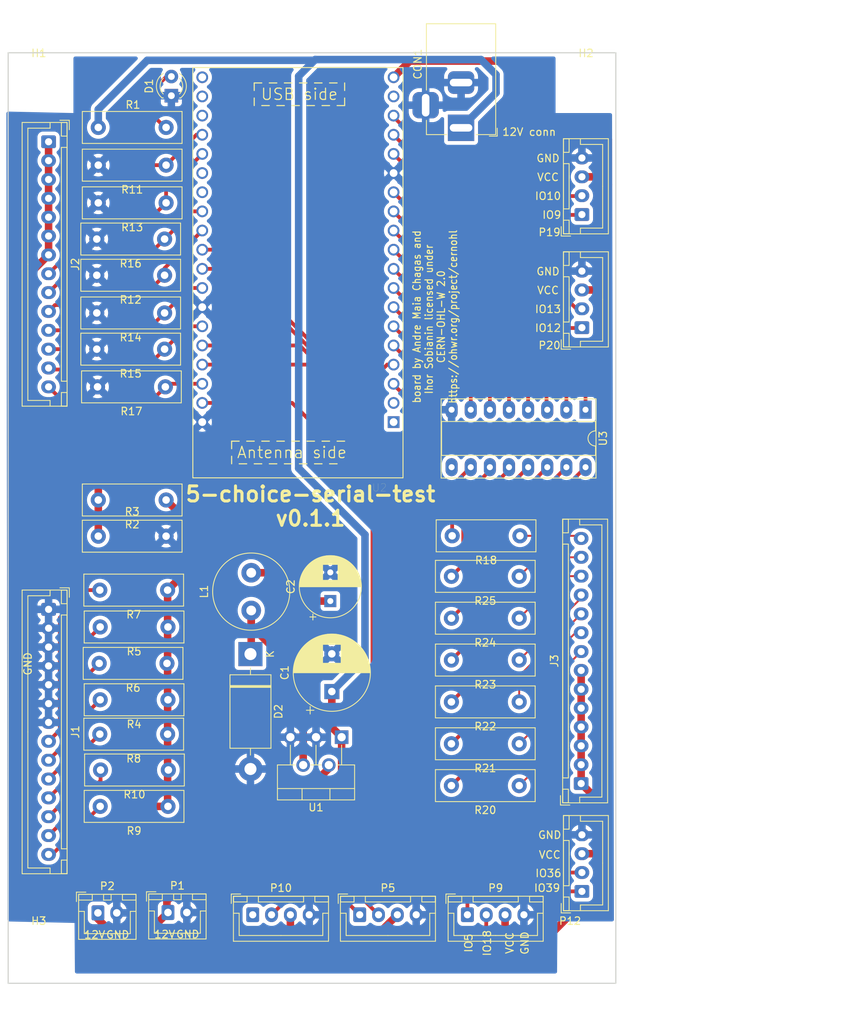
<source format=kicad_pcb>
(kicad_pcb (version 20240108) (generator "pcbnew") (generator_version "8.0")
  (layers (0 "F.Cu" signal) (31 "B.Cu" signal) (34 "B.Paste" user) (35 "F.Paste" user) (36 "B.SilkS" user "B.Silkscreen") (37 "F.SilkS" user "F.Silkscreen") (38 "B.Mask" user) (39 "F.Mask" user) (44 "Edge.Cuts" user))
  (net 0 "")
  (net 1 "+12V")
  (net 2 "GND")
  (net 3 "+5V")
  (net 4 "Net-(D1-A)")
  (net 5 "Net-(D2-K)")
  (net 6 "+3V3")
  (net 7 "D5-4")
  (net 8 "D6-3")
  (net 9 "Net-(J1-Pin_12)")
  (net 10 "Net-(J1-Pin_14)")
  (net 11 "Net-(J1-Pin_9)")
  (net 12 "Net-(J1-Pin_11)")
  (net 13 "D1-3")
  (net 14 "D3-4")
  (net 15 "D1-4")
  (net 16 "D5-3")
  (net 17 "D3-3")
  (net 18 "Net-(J1-Pin_13)")
  (net 19 "Net-(J3-Pin_8)")
  (net 20 "Net-(J3-Pin_10)")
  (net 21 "Net-(J3-Pin_11)")
  (net 22 "A1-4")
  (net 23 "TX")
  (net 24 "RX")
  (net 25 "D4-3")
  (net 26 "D4-4")
  (net 27 "Net-(J1-Pin_8)")
  (net 28 "D6-4")
  (net 29 "Net-(J3-Pin_14)")
  (net 30 "Net-(J3-Pin_13)")
  (net 31 "A2-3")
  (net 32 "A2-4")
  (net 33 "Net-(J3-Pin_12)")
  (net 34 "Net-(J3-Pin_9)")
  (net 35 "I2C_1-3")
  (net 36 "I2C_1-4")
  (net 37 "I2C_2-3")
  (net 38 "I2C_2-4")
  (net 45 "Net-(J1-Pin_10)")
  (net 46 "Net-(U3-O7)")
  (net 47 "Net-(U3-O1)")
  (net 48 "Net-(U3-O2)")
  (net 51 "Net-(U3-O3)")
  (net 52 "Net-(U3-O4)")
  (net 53 "Net-(U3-O5)")
  (net 54 "Net-(U3-O6)")
  (net 56 "Net-(U2-IO27)")
  (net 57 "Net-(U2-IO32)")
  (net 58 "Net-(U2-IO33)")
  (net 59 "Net-(U2-IO35)")
  (net 60 "Net-(U2-IO26)")
  (net 61 "Net-(U2-IO25)")
  (net 62 "Net-(U2-IO14)")
  (footprint "Resistor_THT:R_Box_L13.0mm_W4.0mm_P9.00mm" (layer "F.Cu") (at 203.475 126.775 180)
    (property "Reference" "R22")
    (property "Value" "560")
  )
  (footprint "Resistor_THT:R_Box_L13.0mm_W4.0mm_P9.00mm" (layer "F.Cu") (at 156.6 55.6 180)
    (property "Reference" "R11")
    (property "Value" "10k")
  )
  (footprint "Resistor_THT:R_Box_L13.0mm_W4.0mm_P9.00mm" (layer "F.Cu") (at 203.475 132.325 180)
    (property "Reference" "R21")
    (property "Value" "560")
  )
  (footprint "Resistor_THT:R_Box_L13.0mm_W4.0mm_P9.00mm" (layer "F.Cu") (at 156.6 50.6 180)
    (property "Reference" "R1")
    (property "Value" "560")
  )
  (footprint "LED_THT:LED_D3.0mm" (layer "F.Cu") (at 157.3 46.39 90)
    (property "Reference" "D1")
    (property "Value" "LED")
  )
  (footprint "Resistor_THT:R_Box_L13.0mm_W4.0mm_P9.00mm" (layer "F.Cu") (at 203.475 137.875 180)
    (property "Reference" "R20")
    (property "Value" "560")
  )
  (footprint "Connector_JST:JST_XH_B14B-XH-A_1x14_P2.50mm_Vertical" (layer "F.Cu") (at 141 52.5 -90)
    (property "Reference" "J2")
    (property "Value" "Conn_01x14_Socket")
  )
  (footprint "Resistor_THT:R_Box_L13.0mm_W4.0mm_P9.00mm" (layer "F.Cu") (at 156.85 116.84 180)
    (property "Reference" "R5")
    (property "Value" "47")
  )
  (footprint "Resistor_THT:R_Box_L13.0mm_W4.0mm_P9.00mm" (layer "F.Cu") (at 156.9 135.802 180)
    (property "Reference" "R10")
    (property "Value" "47")
  )
  (footprint "Resistor_THT:R_Box_L13.0mm_W4.0mm_P9.00mm" (layer "F.Cu") (at 156.5 85 180)
    (property "Reference" "R17")
    (property "Value" "10k")
  )
  (footprint "Resistor_THT:R_Box_L13.0mm_W4.0mm_P9.00mm" (layer "F.Cu") (at 156.6 60.6 180)
    (property "Reference" "R13")
    (property "Value" "10k")
  )
  (footprint "MountingHole:MountingHole_3.2mm_M3" (layer "F.Cu") (at 212.344 44.958)
    (property "Reference" "H2")
    (property "Value" "MountingHole")
  )
  (footprint "MountingHole:MountingHole_3.2mm_M3" (layer "F.Cu") (at 139.7 44.958)
    (property "Reference" "H1")
    (property "Value" "MountingHole")
  )
  (footprint "Connector_JST:JST_XH_B4B-XH-A_1x04_P2.50mm_Vertical" (layer "F.Cu") (at 168.1 155)
    (property "Reference" "P10")
    (property "Value" "D6")
  )
  (footprint "Resistor_THT:R_Box_L13.0mm_W4.0mm_P9.00mm" (layer "F.Cu") (at 156.8 131.052 180)
    (property "Reference" "R8")
    (property "Value" "47")
  )
  (footprint "Package_DIP:DIP-16_W7.62mm_Socket_LongPads" (layer "F.Cu") (at 212.28 88.03 -90)
    (property "Reference" "U3")
    (property "Value" "ULN2003")
  )
  (footprint "Resistor_THT:R_Box_L13.0mm_W4.0mm_P9.00mm" (layer "F.Cu") (at 156.4 75.2 180)
    (property "Reference" "R14")
    (property "Value" "10k")
  )
  (footprint "MountingHole:MountingHole_3.2mm_M3" (layer "F.Cu") (at 139.7 160.02)
    (property "Reference" "H3")
    (property "Value" "MountingHole" (hide yes))
  )
  (footprint "Connector_JST:JST_XH_B2B-XH-A_1x02_P2.50mm_Vertical" (layer "F.Cu") (at 156.85 154.7)
    (property "Reference" "P1")
    (property "Value" "Conn_01x02")
  )
  (footprint "Connector_JST:JST_XH_B14B-XH-A_1x14_P2.50mm_Vertical" (layer "F.Cu") (at 211.7 137.6 90)
    (property "Reference" "J3")
    (property "Value" "Conn_01x14_Socket")
  )
  (footprint "Inductor_THT:L_Radial_D10.0mm_P5.00mm_Fastron_07M" (layer "F.Cu") (at 167.9 114.65 90)
    (property "Reference" "L1")
    (property "Value" "33µH")
  )
  (footprint "Resistor_THT:R_Box_L13.0mm_W4.0mm_P9.00mm" (layer "F.Cu") (at 147.6 104.8)
    (property "Reference" "R3")
    (property "Value" "1k")
  )
  (footprint "Capacitor_THT:CP_Radial_D8.0mm_P3.80mm" (layer "F.Cu") (at 178.4 113.4 90)
    (property "Reference" "C2")
    (property "Value" "220µ")
  )
  (footprint "Connector_JST:JST_XH_B4B-XH-A_1x04_P2.50mm_Vertical" (layer "F.Cu") (at 211.8 77.15 90)
    (property "Reference" "P20")
    (property "Value" "I2C 2")
  )
  (footprint "Resistor_THT:R_Box_L13.0mm_W4.0mm_P9.00mm" (layer "F.Cu") (at 156.718 121.666 180)
    (property "Reference" "R6")
    (property "Value" "47")
  )
  (footprint "Connector_BarrelJack:BarrelJack_Horizontal" (layer "F.Cu") (at 195.7575 50.65 -90)
    (property "Reference" "CON1")
    (property "Value" "BARREL_JACK")
  )
  (footprint "Connector_JST:JST_XH_B4B-XH-A_1x04_P2.50mm_Vertical" (layer "F.Cu") (at 211.8 62.15 90)
    (property "Reference" "P19")
    (property "Value" "I2C 1")
  )
  (footprint "Resistor_THT:R_Box_L13.0mm_W4.0mm_P9.00mm" (layer "F.Cu") (at 156.4 80 180)
    (property "Reference" "R15")
    (property "Value" "10k")
  )
  (footprint "Connector_JST:JST_XH_B4B-XH-A_1x04_P2.50mm_Vertical" (layer "F.Cu") (at 196.6 155)
    (property "Reference" "P9")
    (property "Value" "D4")
  )
  (footprint "Capacitor_THT:CP_Radial_D10.0mm_P5.00mm" (layer "F.Cu") (at 178.6 125.4 90)
    (property "Reference" "C1")
    (property "Value" "680µ" (hide yes))
  )
  (footprint "MountingHole:MountingHole_3.2mm_M3" (layer "F.Cu") (at 212.09 160.02)
    (property "Reference" "H4" (hide yes))
    (property "Value" "MountingHole" (hide yes))
  )
  (footprint "Connector_JST:JST_XH_B4B-XH-A_1x04_P2.50mm_Vertical" (layer "F.Cu") (at 211.8 151.9 90)
    (property "Reference" "P12")
    (property "Value" "A2")
  )
  (footprint "Resistor_THT:R_Box_L13.0mm_W4.0mm_P9.00mm" (layer "F.Cu") (at 156.85 140.628 180)
    (property "Reference" "R9")
    (property "Value" "47")
  )
  (footprint "Resistor_THT:R_Box_L13.0mm_W4.0mm_P9.00mm" (layer "F.Cu") (at 203.475 110.125 180)
    (property "Reference" "R25")
    (property "Value" "560")
  )
  (footprint "Package_TO_SOT_THT:TO-220-5_P3.4x3.7mm_StaggerOdd_Lead3.8mm_Vertical" (layer "F.Cu") (at 179.9 131.45 180)
    (property "Reference" "U1")
    (property "Value" "LM2596T-5")
  )
  (footprint "Resistor_THT:R_Box_L13.0mm_W4.0mm_P9.00mm" (layer "F.Cu") (at 156.6 100 180)
    (property "Reference" "R2")
    (property "Value" "560")
  )
  (footprint "Connector_JST:JST_XH_B2B-XH-A_1x02_P2.50mm_Vertical" (layer "F.Cu") (at 147.55 154.75)
    (property "Reference" "P2")
    (property "Value" "Conn_01x02")
  )
  (footprint "Resistor_THT:R_Box_L13.0mm_W4.0mm_P9.00mm" (layer "F.Cu") (at 156.8 111.95 180)
    (property "Reference" "R7")
    (property "Value" "47")
  )
  (footprint "Connector_JST:JST_XH_B4B-XH-A_1x04_P2.50mm_Vertical" (layer "F.Cu") (at 182.3 155)
    (property "Reference" "P5")
    (property "Value" "UART")
  )
  (footprint "Resistor_THT:R_Box_L13.0mm_W4.0mm_P9.00mm" (layer "F.Cu") (at 203.475 115.675 180)
    (property "Reference" "R24")
    (property "Value" "560")
  )
  (footprint "Resistor_THT:R_Box_L13.0mm_W4.0mm_P9.00mm" (layer "F.Cu") (at 156.4 70.2 180)
    (property "Reference" "R12")
    (property "Value" "10k")
  )
  (footprint "Resistor_THT:R_Box_L13.0mm_W4.0mm_P9.00mm" (layer "F.Cu") (at 203.475 121.225 180)
    (property "Reference" "R23")
    (property "Value" "560")
  )
  (footprint "Resistor_THT:R_Box_L13.0mm_W4.0mm_P9.00mm" (layer "F.Cu") (at 156.85 126.492 180)
    (property "Reference" "R4")
    (property "Value" "47")
  )
  (footprint "esp32:MODULE_ESP32-DEVKITC-32D" (layer "F.Cu") (at 174.1 69.91 180)
    (property "Reference" "U2")
    (property "Value" "ESP32-DEVKITC-32D")
  )
  (footprint "Resistor_THT:R_Box_L13.0mm_W4.0mm_P9.00mm" (layer "F.Cu") (at 156.4 65.4 180)
    (property "Reference" "R16")
    (property "Value" "10k")
  )
  (footprint "Resistor_THT:R_Box_L13.0mm_W4.0mm_P9.00mm" (layer "F.Cu") (at 203.575 104.75 180)
    (property "Reference" "R18")
    (property "Value" "560")
  )
  (footprint "Diode_THT:D_DO-201AD_P15.24mm_Horizontal" (layer "F.Cu") (at 167.8 120.43 -90)
    (property "Reference" "D2")
    (property "Value" "Schottky 5A")
  )
  (footprint "Connector_JST:JST_XH_B14B-XH-A_1x14_P2.50mm_Vertical" (layer "F.Cu") (at 141 114.5 -90)
    (property "Reference" "J1")
    (property "Value" "Conn_01x14_Socket")
  )
  (gr_line (start 175.3 95.2) (end 174.3 95.2) (stroke (width 0.15)) (layer "F.SilkS"))
  (gr_line (start 180.3 92.2) (end 179.3 92.2) (stroke (width 0.15)) (layer "F.SilkS"))
  (gr_line (start 170.3 92.2) (end 169.3 92.2) (stroke (width 0.15)) (layer "F.SilkS"))
  (gr_line (start 168.3 92.2) (end 167.3 92.2) (stroke (width 0.15)) (layer "F.SilkS"))
  (gr_line (start 169.3 44.7) (end 168.3 44.7) (stroke (width 0.15)) (layer "F.SilkS"))
  (gr_line (start 177.3 95.2) (end 176.3 95.2) (stroke (width 0.15)) (layer "F.SilkS"))
  (gr_line (start 170.3 47.7) (end 169.3 47.7) (stroke (width 0.15)) (layer "F.SilkS"))
  (gr_line (start 176.3 92.2) (end 175.3 92.2) (stroke (width 0.15)) (layer "F.SilkS"))
  (gr_line (start 179.3 44.7) (end 178.3 44.7) (stroke (width 0.15)) (layer "F.SilkS"))
  (gr_line (start 179.3 95.2) (end 178.3 95.2) (stroke (width 0.15)) (layer "F.SilkS"))
  (gr_line (start 180.3 47.7) (end 179.3 47.7) (stroke (width 0.15)) (layer "F.SilkS"))
  (gr_line (start 172.3 47.7) (end 171.3 47.7) (stroke (width 0.15)) (layer "F.SilkS"))
  (gr_line (start 180.3 46.7) (end 180.3 47.7) (stroke (width 0.15)) (layer "F.SilkS"))
  (gr_line (start 171.3 95.2) (end 170.3 95.2) (stroke (width 0.15)) (layer "F.SilkS"))
  (gr_line (start 165.3 94.2) (end 165.3 95.2) (stroke (width 0.15)) (layer "F.SilkS"))
  (gr_line (start 174.3 92.2) (end 173.3 92.2) (stroke (width 0.15)) (layer "F.SilkS"))
  (gr_line (start 175.3 44.7) (end 174.3 44.7) (stroke (width 0.15)) (layer "F.SilkS"))
  (gr_line (start 168.3 46.7) (end 168.3 47.7) (stroke (width 0.15)) (layer "F.SilkS"))
  (gr_line (start 177.3 44.7) (end 176.3 44.7) (stroke (width 0.15)) (layer "F.SilkS"))
  (gr_line (start 169.3 95.2) (end 168.3 95.2) (stroke (width 0.15)) (layer "F.SilkS"))
  (gr_line (start 173.3 95.2) (end 172.3 95.2) (stroke (width 0.15)) (layer "F.SilkS"))
  (gr_line (start 165.3 92.2) (end 165.3 93.2) (stroke (width 0.15)) (layer "F.SilkS"))
  (gr_line (start 180.3 44.7) (end 180.3 45.7) (stroke (width 0.15)) (layer "F.SilkS"))
  (gr_line (start 174.3 47.7) (end 173.3 47.7) (stroke (width 0.15)) (layer "F.SilkS"))
  (gr_line (start 176.3 47.7) (end 175.3 47.7) (stroke (width 0.15)) (layer "F.SilkS"))
  (gr_line (start 168.3 44.7) (end 168.3 45.7) (stroke (width 0.15)) (layer "F.SilkS"))
  (gr_line (start 167.3 95.2) (end 166.3 95.2) (stroke (width 0.15)) (layer "F.SilkS"))
  (gr_line (start 172.3 92.2) (end 171.3 92.2) (stroke (width 0.15)) (layer "F.SilkS"))
  (gr_line (start 173.3 44.7) (end 172.3 44.7) (stroke (width 0.15)) (layer "F.SilkS"))
  (gr_line (start 171.3 44.7) (end 170.3 44.7) (stroke (width 0.15)) (layer "F.SilkS"))
  (gr_line (start 178.3 47.7) (end 177.3 47.7) (stroke (width 0.15)) (layer "F.SilkS"))
  (gr_line (start 178.3 92.2) (end 177.3 92.2) (stroke (width 0.15)) (layer "F.SilkS"))
  (gr_line (start 166.3 92.2) (end 165.3 92.2) (stroke (width 0.15)) (layer "F.SilkS"))
  (gr_line (start 216.3 40.7) (end 216.3 164.084) (stroke (width 0.15)) (layer "Edge.Cuts"))
  (gr_line (start 135.636 40.7) (end 135.636 164.084) (stroke (width 0.15)) (layer "Edge.Cuts"))
  (gr_line (start 135.636 164.084) (end 216.276 164.084) (stroke (width 0.15)) (layer "Edge.Cuts"))
  (gr_line (start 135.636 40.7) (end 216.3 40.7) (stroke (width 0.15)) (layer "Edge.Cuts"))
  (gr_text "IO13" (at 207.3 74.7 0) (layer "F.SilkS") (effects (font (size 1 1))))
  (gr_text "12V" (at 147.125 157.65 0) (layer "F.SilkS") (effects (font (size 1 1))))
  (gr_text "IO18" (at 199.216 158.76 90) (layer "F.SilkS") (effects (font (size 1 1))))
  (gr_text "12V" (at 156.425 157.6 0) (layer "F.SilkS") (effects (font (size 1 1))))
  (gr_text "GND" (at 207.3 54.7 0) (layer "F.SilkS") (effects (font (size 1 1))))
  (gr_text "IO12" (at 207.3 77.2 0) (layer "F.SilkS") (effects (font (size 1 1))))
  (gr_text "IO9" (at 207.8 62.2 0) (layer "F.SilkS") (effects (font (size 1 1))))
  (gr_text "IO39\n" (at 207.175 151.45 0) (layer "F.SilkS") (effects (font (size 1 1))))
  (gr_text "5-choice-serial-test\nv0.1.1\n" (at 175.768 100.838 0) (layer "F.SilkS") (effects (font (size 2 2) (thickness 0.4))))
  (gr_text "GND" (at 207.525 144.425 0) (layer "F.SilkS") (effects (font (size 1 1))))
  (gr_text "VCC" (at 207.3 57.2 0) (layer "F.SilkS") (effects (font (size 1 1))))
  (gr_text "GND" (at 204.216 158.75 90) (layer "F.SilkS") (effects (font (size 1 1))))
  (gr_text "VCC" (at 202.216 158.75 90) (layer "F.SilkS") (effects (font (size 1 1))))
  (gr_text "GND" (at 138.25 121.725 90) (layer "F.SilkS") (effects (font (size 1 1))))
  (gr_text "USB side" (at 174.3 46.2 0) (layer "F.SilkS") (effects (font (size 1.5 1.5))))
  (gr_text "GND" (at 159.475 157.6 0) (layer "F.SilkS") (effects (font (size 1 1))))
  (gr_text "IO5" (at 196.766 158.75 90) (layer "F.SilkS") (effects (font (size 1 1))))
  (gr_text "VCC" (at 207.525 147.05 0) (layer "F.SilkS") (effects (font (size 1 1))))
  (gr_text "GND" (at 207.3 69.7 0) (layer "F.SilkS") (effects (font (size 1 1))))
  (gr_text "VCC" (at 207.3 72.2 0) (layer "F.SilkS") (effects (font (size 1 1))))
  (gr_text "Antenna side" (at 173.3 93.7 0) (layer "F.SilkS") (effects (font (size 1.5 1.5))))
  (gr_text "12V conn" (at 204.8 51.2 0) (layer "F.SilkS") (effects (font (size 1 1))))
  (gr_text "GND" (at 150.175 157.65 0) (layer "F.SilkS") (effects (font (size 1 1))))
  (gr_text "board by Andre Maia Chagas and\nIhor Sobianin licensed under \nCERN-OHL-W 2.0\nhttps://ohwr.org/project/cernohl" (at 192.3 75.7 90) (layer "F.SilkS") (effects (font (size 1 0.9))))
  (gr_text "IO36" (at 207.35 149.5 0) (layer "F.SilkS") (effects (font (size 1 1))))
  (gr_text "IO10" (at 207.3 59.7 0) (layer "F.SilkS") (effects (font (size 1 1))))
  (segment (start 170.25 150.8) (end 179.9 141.15) (width 1) (layer "F.Cu") (net 1))
  (segment (start 147.4 155.4) (end 149.3 157.3) (width 1) (layer "F.Cu") (net 1))
  (segment (start 180.3 131.05) (end 179.9 131.45) (width 1) (layer "F.Cu") (net 1))
  (segment (start 156.7 153.175) (end 159.075 150.8) (width 1) (layer "F.Cu") (net 1))
  (segment (start 149.3 157.3) (end 154.25 157.3) (width 1) (layer "F.Cu") (net 1))
  (segment (start 154.25 157.3) (end 156.7 154.85) (width 1) (layer "F.Cu") (net 1))
  (segment (start 156.7 154.85) (end 156.7 153.175) (width 1) (layer "F.Cu") (net 1))
  (segment (start 159.075 150.8) (end 170.25 150.8) (width 1) (layer "F.Cu") (net 1))
  (segment (start 147.4 154.9) (end 147.4 155.4) (width 1) (layer "F.Cu") (net 1))
  (segment (start 178.6 130.15) (end 179.9 131.45) (width 1) (layer "F.Cu") (net 1))
  (segment (start 178.6 125.4) (end 178.6 130.15) (width 1) (layer "F.Cu") (net 1))
  (segment (start 179.9 141.15) (end 179.9 131.45) (width 1) (layer "F.Cu") (net 1))
  (segment (start 176.4 41.6) (end 174.2 43.8) (width 1) (layer "B.Cu") (net 1))
  (segment (start 200.4 43.6) (end 200.4 46.0075) (width 1) (layer "B.Cu") (net 1))
  (segment (start 147.6 50.6) (end 147.6 48.2) (width 1) (layer "B.Cu") (net 1))
  (segment (start 176.4 41.6) (end 198.4 41.6) (width 1) (layer "B.Cu") (net 1))
  (segment (start 154.1 41.7) (end 176.3 41.7) (width 1) (layer "B.Cu") (net 1))
  (segment (start 178.75 125.55) (end 178.6 125.4) (width 1) (layer "B.Cu") (net 1))
  (segment (start 147.6 48.2) (end 154.1 41.7) (width 1) (layer "B.Cu") (net 1))
  (segment (start 174.2 95.8) (end 183 104.6) (width 1) (layer "B.Cu") (net 1))
  (segment (start 183 104.6) (end 183 121) (width 1) (layer "B.Cu") (net 1))
  (segment (start 176.3 41.7) (end 176.4 41.6) (width 1) (layer "B.Cu") (net 1))
  (segment (start 200.4 46.0075) (end 195.7575 50.65) (width 1) (layer "B.Cu") (net 1))
  (segment (start 174.2 43.8) (end 174.2 95.8) (width 1) (layer "B.Cu") (net 1))
  (segment (start 183 121) (end 178.6 125.4) (width 1) (layer "B.Cu") (net 1))
  (segment (start 198.4 41.6) (end 200.4 43.6) (width 1) (layer "B.Cu") (net 1))
  (segment (start 215.4 114) (end 215.4 113.9) (width 1) (layer "F.Cu") (net 3))
  (segment (start 172 123) (end 174.8 125.8) (width 1) (layer "F.Cu") (net 3))
  (segment (start 215.4 130.5) (end 215.4 130.4) (width 1) (layer "F.Cu") (net 3))
  (segment (start 214.25 57.15) (end 211.8 57.15) (width 1) (layer "F.Cu") (net 3))
  (segment (start 174.8 125.8) (end 174.8 135.15) (width 1) (layer "F.Cu") (net 3))
  (segment (start 184.1 158.2) (end 187.3 155) (width 1) (layer "F.Cu") (net 3))
  (segment (start 173.95 113.4) (end 178.4 113.4) (width 1) (layer "F.Cu") (net 3))
  (segment (start 214.3 51.2) (end 215.3 52.2) (width 1) (layer "F.Cu") (net 3))
  (segment (start 172 111.4) (end 172 113.4) (width 1) (layer "F.Cu") (net 3))
  (segment (start 208.15 157.05) (end 207 158.2) (width 1) (layer "F.Cu") (net 3))
  (segment (start 178.4 113.4) (end 178.4 113.6) (width 1) (layer "F.Cu") (net 3))
  (segment (start 213.249 50.149) (end 214.3 51.2) (width 1) (layer "F.Cu") (net 3))
  (segment (start 188.95 41.8) (end 202.692 41.8) (width 1) (layer "F.Cu") (net 3))
  (segment (start 212.63 49.53) (end 208.28 49.53) (width 1) (layer "F.Cu") (net 3))
  (segment (start 215.4 131.175) (end 215.4 130.5) (width 1) (layer "F.Cu") (net 3))
  (segment (start 215.4 130.5) (end 215.4 128.6) (width 1) (layer "F.Cu") (net 3))
  (segment (start 145.025 153.75) (end 145.075 153.7) (width 1) (layer "F.Cu") (net 3))
  (segment (start 208.15 157.05) (end 208.202 157.05) (width 1) (layer "F.Cu") (net 3))
  (segment (start 215.3 82.2) (end 215.3 95.5) (width 1) (layer "F.Cu") (net 3))
  (segment (start 215.3 95.5) (end 215.4 95.6) (width 1) (layer "F.Cu") (net 3))
  (segment (start 215.3 52.2) (end 215.3 58.2) (width 1) (layer "F.Cu") (net 3))
  (segment (start 172 116.8) (end 172 123) (width 1) (layer "F.Cu") (net 3))
  (segment (start 211.7 137.6) (end 211.7 122.6) (width 1) (layer "F.Cu") (net 3))
  (segment (start 201.6 157.6) (end 201.6 155) (width 1) (layer "F.Cu") (net 3))
  (segment (start 215.4 115.2) (end 215.4 115.775) (width 1) (layer "F.Cu") (net 3))
  (segment (start 145.075 150.025) (end 154.472 140.628) (width 1) (layer "F.Cu") (net 3))
  (segment (start 215.4 126.1) (end 215.4 115.2) (width 1) (layer "F.Cu") (net 3))
  (segment (start 215.4 115.2) (end 215.4 114) (width 1) (layer "F.Cu") (net 3))
  (segment (start 170.2 109.65) (end 170.25 109.65) (width 1) (layer "F.Cu") (net 3))
  (segment (start 182.9 159.4) (end 184.1 158.2) (width 1) (layer "F.Cu") (net 3))
  (segment (start 215.4 127.6) (end 215.4 125.6) (width 1) (layer "F.Cu") (net 3))
  (segment (start 147.75 159.4) (end 145.025 156.675) (width 1) (layer "F.Cu") (net 3))
  (segment (start 172.4875 111.9375) (end 173.95 113.4) (width 1) (layer "F.Cu") (net 3))
  (segment (start 202.2 158.2) (end 194.31 158.2) (width 1) (layer "F.Cu") (net 3))
  (segment (start 215.3 75.75) (end 215.3 74.1) (width 1) (layer "F.Cu") (net 3))
  (segment (start 213.425 146.9) (end 211.8 146.9) (width 1) (layer "F.Cu") (net 3))
  (segment (start 215.3 70.866) (end 215.3 73) (width 1) (layer "F.Cu") (net 3))
  (segment (start 170.2 109.65) (end 172.4875 111.9375) (width 1) (layer "F.Cu") (net 3))
  (segment (start 213.249 50.149) (end 212.63 49.53) (width 1) (layer "F.Cu") (net 3))
  (segment (start 208.202 157.05) (end 210.566 154.686) (width 1) (layer "F.Cu") (net 3))
  (segment (start 207 158.2) (end 202.2 158.2) (width 1) (layer "F.Cu") (net 3))
  (segment (start 166.95 159.4) (end 147.75 159.4) (width 1) (layer "F.Cu") (net 3))
  (segment (start 184.1 158.2) (end 193.6 158.2) (width 1) (layer "F.Cu") (net 3))
  (segment (start 158.1 101.5) (end 156.6 100) (width 1) (layer "F.Cu") (net 3))
  (segment (start 145.075 153.7) (end 145.075 150.025) (width 1) (layer "F.Cu") (net 3))
  (segment (start 215.4 141.3) (end 214.0125 139.9125) (width 1) (layer "F.Cu") (net 3))
  (segment (start 165.4 159.4) (end 166.95 159.4) (width 1) (layer "F.Cu") (net 3))
  (segment (start 215.4 141.325) (end 215.4 141.3) (width 1) (layer "F.Cu") (net 3))
  (segment (start 215.4 97.6) (end 215.4 95.6) (width 1) (layer "F.Cu") (net 3))
  (segment (start 145.025 156.675) (end 145.025 153.75) (width 1) (layer "F.Cu") (net 3))
  (segment (start 213.914 154.686) (end 215.4 153.2) (width 1) (layer "F.Cu") (net 3))
  (segment (start 214.0125 139.9125) (end 211.7 137.6) (width 1) (layer "F.Cu") (net 3))
  (segment (start 215.4 148.875) (end 213.425 146.9) (width 1) (layer "F.Cu") (net 3))
  (segment (start 215.4 114) (end 215.4 110.1) (width 1) (layer "F.Cu") (net 3))
  (segment (start 215.3 67.2) (end 215.3 65.2) (width 1) (layer "F.Cu") (net 3))
  (segment (start 215.4 97.6) (end 215.4 110.1) (width 1) (layer "F.Cu") (net 3))
  (segment (start 168.0875 104.5875) (end 165 101.5) (width 1) (layer "F.Cu") (net 3))
  (segment (start 215.3 82.2) (end 215.3 80.2) (width 1) (layer "F.Cu") (net 3))
  (segment (start 167.9 109.65) (end 170.2 109.65) (width 1) (layer "F.Cu") (net 3))
  (segment (start 172.4875 111.9375) (end 172.4875 108.9875) (width 1) (layer "F.Cu") (net 3))
  (segment (start 215.4 148.875) (end 215.4 142.5) (width 1) (layer "F.Cu") (net 3))
  (segment (start 205.232 44.34) (end 202.692 41.8) (width 1) (layer "F.Cu") (net 3))
  (segment (start 194.31 158.2) (end 193.6 158.2) (width 1) (layer "F.Cu") (net 3))
  (segment (start 215.4 97.6) (end 215.4 99.05) (width 1) (layer "F.Cu") (net 3))
  (segment (start 168.5 105) (end 163.75 105) (width 1) (layer "F.Cu") (net 3))
  (segment (start 170.25 109.65) (end 172 111.4) (width 1) (layer "F.Cu") (net 3))
  (segment (start 215.3 58.2) (end 214.25 57.15) (width 1) (layer "F.Cu") (net 3))
  (segment (start 173.1 158.35) (end 174.15 159.4) (width 1) (layer "F.Cu") (net 3))
  (segment (start 172.4875 108.9875) (end 168.0875 104.5875) (width 1) (layer "F.Cu") (net 3))
  (segment (start 215.3 74.1) (end 213.35 72.15) (width 1) (layer "F.Cu") (net 3))
  (segment (start 215.3 58.2) (end 215.3 65.2) (width 1) (layer "F.Cu") (net 3))
  (segment (start 174.15 159.4) (end 182.9 159.4) (width 1) (layer "F.Cu") (net 3))
  (segment (start 215.4 141.325) (end 215.4 131.175) (width 1) (layer "F.Cu") (net 3))
  (segment (start 202.2 158.2) (end 201.6 157.6) (width 1) (layer "F.Cu") (net 3))
  (segment (start 205.232 46.482) (end 205.232 44.34) (width 1) (layer "F.Cu") (net 3))
  (segment (start 215.3 67.2) (end 215.3 70.866) (width 1) (layer "F.Cu") (net 3))
  (segment (start 173.1 155) (end 173.1 158.35) (width 1) (layer "F.Cu") (net 3))
  (segment (start 215.4 127.6) (end 215.4 128.6) (width 1) (layer "F.Cu") (net 3))
  (segment (start 215.3 73) (end 215.3 75.75) (width 1) (layer "F.Cu") (net 3))
  (segment (start 211.4 146.9) (end 211.8 146.9) (width 1) (layer "F.Cu") (net 3))
  (segment (start 154.472 140.628) (end 156.85 140.628) (width 1) (layer "F.Cu") (net 3))
  (segment (start 215.3 75.75) (end 215.3 80.2) (width 1) (layer "F.Cu") (net 3))
  (segment (start 208.28 49.53) (end 205.232 46.482) (width 1) (layer "F.Cu") (net 3))
  (segment (start 210.566 154.686) (end 213.914 154.686) (width 1) (layer "F.Cu") (net 3))
  (segment (start 156.8 140.6) (end 156.8 111.95) (width 1) (layer "F.Cu") (net 3))
  (segment (start 215.3 82.2) (end 215.3 85.075) (width 1) (layer "F.Cu") (net 3))
  (segment (start 186.8 43.95) (end 188.95 41.8) (width 1) (layer "F.Cu") (net 3))
  (segment (start 172 113.4) (end 172 116.8) (width 1) (layer "F.Cu") (net 3))
  (segment (start 166.95 159.4) (end 174.15 159.4) (width 1) (layer "F.Cu") (net 3))
  (segment (start 165 101.5) (end 158.1 101.5) (width 1) (layer "F.Cu") (net 3))
  (segment (start 215.4 153.2) (end 215.4 148.875) (width 1) (layer "F.Cu") (net 3))
  (segment (start 213.35 72.15) (end 211.8 72.15) (width 1) (layer "F.Cu") (net 3))
  (segment (start 168.5 105) (end 168.0875 104.5875) (width 1) (layer "F.Cu") (net 3))
  (segment (start 163.75 105) (end 156.8 111.95) (width 1) (layer "F.Cu") (net 3))
  (segment (start 215.3 70.866) (end 215.3 69.504) (width 1) (layer "F.Cu") (net 3))
  (segment (start 215.4 142.5) (end 215.4 141.325) (width 1) (layer "F.Cu") (net 3))
  (segment (start 186.77 43.98) (end 186.8 43.95) (width 0.5) (layer "B.Cu") (net 3))
  (segment (start 155.3 45.2) (end 156.565 43.935) (width 0.5) (layer "F.Cu") (net 4))
  (segment (start 155.3 49.45) (end 155.3 45.2) (width 0.5) (layer "F.Cu") (net 4))
  (segment (start 157.3 50.7) (end 156.55 50.7) (width 0.5) (layer "F.Cu") (net 4))
  (segment (start 156.565 43.935) (end 157.3 43.935) (width 0.5) (layer "F.Cu") (net 4))
  (segment (start 156.55 50.7) (end 155.3 49.45) (width 0.5) (layer "F.Cu") (net 4))
  (segment (start 170.8 119.6) (end 167.9 116.7) (width 1) (layer "F.Cu") (net 5))
  (segment (start 167.9 114.65) (end 167.9 120.33) (width 1) (layer "F.Cu") (net 5))
  (segment (start 174 137.2) (end 170.8 134) (width 1) (layer "F.Cu") (net 5))
  (segment (start 170.8 134) (end 170.8 119.6) (width 1) (layer "F.Cu") (net 5))
  (segment (start 178.2 135.15) (end 178.2 135.6) (width 1) (layer "F.Cu") (net 5))
  (segment (start 167.9 120.33) (end 167.8 120.43) (width 1) (layer "F.Cu") (net 5))
  (segment (start 178.2 135.6) (end 176.6 137.2) (width 1) (layer "F.Cu") (net 5))
  (segment (start 167.9 116.7) (end 167.9 114.65) (width 1) (layer "F.Cu") (net 5))
  (segment (start 176.6 137.2) (end 174 137.2) (width 1) (layer "F.Cu") (net 5))
  (segment (start 141 67.5) (end 141 52.5) (width 1) (layer "F.Cu") (net 6))
  (segment (start 147.6 100) (end 147.6 104.8) (width 1) (layer "F.Cu") (net 6))
  (segment (start 147.6 100) (end 147.6 96.8) (width 1) (layer "F.Cu") (net 6))
  (segment (start 147.6 96.8) (end 138.43 87.63) (width 1) (layer "F.Cu") (net 6))
  (segment (start 138.43 87.63) (end 138.43 70.07) (width 1) (layer "F.Cu") (net 6))
  (segment (start 138.43 70.07) (end 141 67.5) (width 1) (layer "F.Cu") (net 6))
  (segment (start 141.2 82.7) (end 141 82.5) (width 0.5) (layer "F.Cu") (net 7))
  (segment (start 159.43 76.97) (end 156.4 80) (width 0.5) (layer "F.Cu") (net 7))
  (segment (start 161.4 76.97) (end 159.43 76.97) (width 0.5) (layer "F.Cu") (net 7))
  (segment (start 153.7 82.7) (end 141.2 82.7) (width 0.5) (layer "F.Cu") (net 7))
  (segment (start 161.4 77) (end 161.4 77.1) (width 0.5) (layer "F.Cu") (net 7))
  (segment (start 156.4 80) (end 153.7 82.7) (width 0.5) (layer "F.Cu") (net 7))
  (segment (start 156.91 84.59) (end 156.5 85) (width 0.5) (layer "F.Cu") (net 8))
  (segment (start 154.5 87) (end 143 87) (width 0.5) (layer "F.Cu") (net 8))
  (segment (start 143 87) (end 141 85) (width 0.5) (layer "F.Cu") (net 8))
  (segment (start 161.4 84.59) (end 156.91 84.59) (width 0.5) (layer "F.Cu") (net 8))
  (segment (start 156.5 85) (end 154.5 87) (width 0.5) (layer "F.Cu") (net 8))
  (segment (start 145.61 133.242) (end 145.61 137.39) (width 0.5) (layer "F.Cu") (net 9))
  (segment (start 147.8 131.052) (end 145.61 133.242) (width 0.5) (layer "F.Cu") (net 9))
  (segment (start 145.61 137.39) (end 141 142) (width 0.5) (layer "F.Cu") (net 9))
  (segment (start 147.85 140.628) (end 141.478 147) (width 0.5) (layer "F.Cu") (net 10))
  (segment (start 141.478 147) (end 141 147) (width 0.5) (layer "F.Cu") (net 10))
  (segment (start 143.51 131.99) (end 141 134.5) (width 0.5) (layer "F.Cu") (net 11))
  (segment (start 143.51 121.18) (end 143.51 131.99) (width 0.5) (layer "F.Cu") (net 11))
  (segment (start 147.85 116.84) (end 143.51 121.18) (width 0.5) (layer "F.Cu") (net 11))
  (segment (start 147.85 126.492) (end 144.91 129.432) (width 0.5) (layer "F.Cu") (net 12))
  (segment (start 144.91 135.59) (end 141 139.5) (width 0.5) (layer "F.Cu") (net 12))
  (segment (start 144.91 129.432) (end 144.91 135.59) (width 0.5) (layer "F.Cu") (net 12))
  (segment (start 156.6 55.6) (end 160.63 51.57) (width 0.5) (layer "F.Cu") (net 13))
  (segment (start 143 62) (end 143 68) (width 0.5) (layer "F.Cu") (net 13))
  (segment (start 151.4 55.6) (end 149 58) (width 0.5) (layer "F.Cu") (net 13))
  (segment (start 160.63 51.57) (end 161.4 51.57) (width 0.5) (layer "F.Cu") (net 13))
  (segment (start 143 68) (end 141 70) (width 0.5) (layer "F.Cu") (net 13))
  (segment (start 147 58) (end 143 62) (width 0.5) (layer "F.Cu") (net 13))
  (segment (start 156.6 55.6) (end 151.4 55.6) (width 0.5) (layer "F.Cu") (net 13))
  (segment (start 149 58) (end 147 58) (width 0.5) (layer "F.Cu") (net 13))
  (segment (start 161.4 64.3) (end 161.2 64.3) (width 0.5) (layer "F.Cu") (net 14))
  (segment (start 145.5 77.5) (end 141 77.5) (width 0.5) (layer "F.Cu") (net 14))
  (segment (start 156.4 70.2) (end 152 74.6) (width 0.5) (layer "F.Cu") (net 14))
  (segment (start 161.4 64.27) (end 156.4 69.27) (width 0.5) (layer "F.Cu") (net 14))
  (segment (start 152 74.6) (end 152 75) (width 0.5) (layer "F.Cu") (net 14))
  (segment (start 152 75) (end 149 78) (width 0.5) (layer "F.Cu") (net 14))
  (segment (start 146 78) (end 145.5 77.5) (width 0.5) (layer "F.Cu") (net 14))
  (segment (start 156.4 69.27) (end 156.4 70.2) (width 0.5) (layer "F.Cu") (net 14))
  (segment (start 149 78) (end 146 78) (width 0.5) (layer "F.Cu") (net 14))
  (segment (start 145.5 68) (end 141 72.5) (width 0.5) (layer "F.Cu") (net 15))
  (segment (start 148 68) (end 145.5 68) (width 0.5) (layer "F.Cu") (net 15))
  (segment (start 153.2 64) (end 152 64) (width 0.5) (layer "F.Cu") (net 15))
  (segment (start 156.6 60.6) (end 153.2 64) (width 0.5) (layer "F.Cu") (net 15))
  (segment (start 156.6 58.91) (end 156.6 60.6) (width 0.5) (layer "F.Cu") (net 15))
  (segment (start 152 64) (end 148 68) (width 0.5) (layer "F.Cu") (net 15))
  (segment (start 161.4 54.11) (end 156.6 58.91) (width 0.5) (layer "F.Cu") (net 15))
  (segment (start 149.6 82) (end 145 82) (width 0.5) (layer "F.Cu") (net 16))
  (segment (start 159.71 71.89) (end 156.4 75.2) (width 0.5) (layer "F.Cu") (net 16))
  (segment (start 145 82) (end 143 80) (width 0.5) (layer "F.Cu") (net 16))
  (segment (start 143 80) (end 141 80) (width 0.5) (layer "F.Cu") (net 16))
  (segment (start 161.4 71.89) (end 159.71 71.89) (width 0.5) (layer "F.Cu") (net 16))
  (segment (start 156.4 75.2) (end 150.2 81.4) (width 0.5) (layer "F.Cu") (net 16))
  (segment (start 150.2 81.4) (end 149.6 82) (width 0.5) (layer "F.Cu") (net 16))
  (segment (start 160.07 61.73) (end 156.4 65.4) (width 0.5) (layer "F.Cu") (net 17))
  (segment (start 141.85 74.15) (end 141 75) (width 0.5) (layer "F.Cu") (net 17))
  (segment (start 144.4 72.8) (end 149 72.8) (width 0.5) (layer "F.Cu") (net 17))
  (segment (start 161.4 61.73) (end 160.07 61.73) (width 0.5) (layer "F.Cu") (net 17))
  (segment (start 161.4 61.76) (end 161.24 61.76) (width 0.5) (layer "F.Cu") (net 17))
  (segment (start 143.05 74.15) (end 144.4 72.8) (width 0.5) (layer "F.Cu") (net 17))
  (segment (start 149 72.8) (end 156.4 65.4) (width 0.5) (layer "F.Cu") (net 17))
  (segment (start 143.05 74.15) (end 141.85 74.15) (width 0.5) (layer "F.Cu") (net 17))
  (segment (start 147.9 137.216213) (end 143.256 141.860213) (width 0.5) (layer "F.Cu") (net 18))
  (segment (start 147.9 135.802) (end 147.9 137.216213) (width 0.5) (layer "F.Cu") (net 18))
  (segment (start 143.256 141.860213) (end 143.256 142.244) (width 0.5) (layer "F.Cu") (net 18))
  (segment (start 143.256 142.244) (end 141 144.5) (width 0.5) (layer "F.Cu") (net 18))
  (segment (start 211.7 120.1) (end 206.4 125.4) (width 0.25) (layer "F.Cu") (net 19))
  (segment (start 206.4 125.4) (end 206.4 134.95) (width 0.25) (layer "F.Cu") (net 19))
  (segment (start 206.4 134.95) (end 203.475 137.875) (width 0.25) (layer "F.Cu") (net 19))
  (segment (start 203.475 123.325) (end 203.475 126.775) (width 0.25) (layer "F.Cu") (net 20))
  (segment (start 211.7 115.1) (end 203.475 123.325) (width 0.25) (layer "F.Cu") (net 20))
  (segment (start 211.7 112.6) (end 211.7 113) (width 0.25) (layer "F.Cu") (net 21))
  (segment (start 211.7 113) (end 203.475 121.225) (width 0.25) (layer "F.Cu") (net 21))
  (segment (start 189.8 82.54) (end 186.8 79.54) (width 0.5) (layer "F.Cu") (net 22))
  (segment (start 182.4 98.9) (end 185 101.5) (width 0.5) (layer "F.Cu") (net 23))
  (segment (start 185 101.5) (end 185 141.67005) (width 0.5) (layer "F.Cu") (net 23))
  (segment (start 185 141.67005) (end 180.91 145.76005) (width 0.5) (layer "F.Cu") (net 23))
  (segment (start 182.4 88.9) (end 182.4 98.9) (width 0.5) (layer "F.Cu") (net 23))
  (segment (start 175.55 82.05) (end 182.4 88.9) (width 0.5) (layer "F.Cu") (net 23))
  (segment (start 161.4 82.05) (end 175.55 82.05) (width 0.5) (layer "F.Cu") (net 23))
  (segment (start 180.91 153.61) (end 182.3 155) (width 0.5) (layer "F.Cu") (net 23))
  (segment (start 180.91 145.76005) (end 180.91 153.61) (width 0.5) (layer "F.Cu") (net 23))
  (segment (start 185.9 141.76) (end 181.61 146.05) (width 0.5) (layer "F.Cu") (net 24))
  (segment (start 185.9 101.1) (end 185.9 141.76) (width 0.5) (layer "F.Cu") (net 24))
  (segment (start 181.61 146.05) (end 181.61 151.81) (width 0.5) (layer "F.Cu") (net 24))
  (segment (start 181.61 151.81) (end 184.8 155) (width 0.5) (layer "F.Cu") (net 24))
  (segment (start 183.1 98.3) (end 185.9 101.1) (width 0.5) (layer "F.Cu") (net 24))
  (segment (start 174.3301 79.51) (end 183.1 88.2799) (width 0.5) (layer "F.Cu") (net 24))
  (segment (start 183.1 88.2799) (end 183.1 98.3) (width 0.5) (layer "F.Cu") (net 24))
  (segment (start 161.4 79.51) (end 174.3301 79.51) (width 0.5) (layer "F.Cu") (net 24))
  (segment (start 163.61 66.81) (end 184.5 87.7) (width 0.5) (layer "F.Cu") (net 25))
  (segment (start 184.5 97.289949) (end 187.4 100.189949) (width 0.5) (layer "F.Cu") (net 25))
  (segment (start 187.4 142.2) (end 196.6 151.4) (width 0.5) (layer "F.Cu") (net 25))
  (segment (start 196.6 151.4) (end 196.6 155) (width 0.5) (layer "F.Cu") (net 25))
  (segment (start 161.4 66.81) (end 163.61 66.81) (width 0.5) (layer "F.Cu") (net 25))
  (segment (start 184.5 87.7) (end 184.5 97.289949) (width 0.5) (layer "F.Cu") (net 25))
  (segment (start 187.4 100.189949) (end 187.4 142.2) (width 0.5) (layer "F.Cu") (net 25))
  (segment (start 198.35 157.25) (end 199.1 156.5) (width 0.5) (layer "F.Cu") (net 26))
  (segment (start 186.7 100.479899) (end 186.7 143.49) (width 0.5) (layer "F.Cu") (net 26))
  (segment (start 183.8 87.98995) (end 183.8 97.579898) (width 0.5) (layer "F.Cu") (net 26))
  (segment (start 199.1 156.5) (end 199.1 155) (width 0.5) (layer "F.Cu") (net 26))
  (segment (start 194.31 156.21) (end 195.35 157.25) (width 0.5) (layer "F.Cu") (net 26))
  (segment (start 161.4 69.35) (end 165.16005 69.35) (width 0.5) (layer "F.Cu") (net 26))
  (segment (start 183.8 97.579898) (end 186.7 100.479899) (width 0.5) (layer "F.Cu") (net 26))
  (segment (start 186.7 143.49) (end 194.31 151.1) (width 0.5) (layer "F.Cu") (net 26))
  (segment (start 195.35 157.25) (end 198.35 157.25) (width 0.5) (layer "F.Cu") (net 26))
  (segment (start 194.31 151.1) (end 194.31 156.21) (width 0.5) (layer "F.Cu") (net 26))
  (segment (start 165.16005 69.35) (end 183.8 87.98995) (width 0.5) (layer "F.Cu") (net 26))
  (segment (start 147.8 111.95) (end 146.15 111.95) (width 0.5) (layer "F.Cu") (net 27))
  (segment (start 142.494 115.606) (end 146.15 111.95) (width 0.5) (layer "F.Cu") (net 27))
  (segment (start 141 132) (end 142.494 130.506) (width 0.5) (layer "F.Cu") (net 27))
  (segment (start 142.494 130.506) (end 142.494 115.606) (width 0.5) (layer "F.Cu") (net 27))
  (segment (start 161.4 87.13) (end 173.33 87.13) (width 0.5) (layer "F.Cu") (net 28))
  (segment (start 181.7 99.7) (end 184 102) (width 0.5) (layer "F.Cu") (net 28))
  (segment (start 180.50995 145.09005) (end 170.6 155) (width 0.5) (layer "F.Cu") (net 28))
  (segment (start 173.33 87.13) (end 181.7 95.5) (width 0.5) (layer "F.Cu") (net 28))
  (segment (start 184 141.6801) (end 180.59005 145.09005) (width 0.5) (layer "F.Cu") (net 28))
  (segment (start 181.7 95.5) (end 181.7 99.7) (width 0.5) (layer "F.Cu") (net 28))
  (segment (start 184 102) (end 184 141.6801) (width 0.5) (layer "F.Cu") (net 28))
  (segment (start 180.59005 145.09005) (end 180.50995 145.09005) (width 0.5) (layer "F.Cu") (net 28))
  (segment (start 211.35 104.75) (end 211.7 105.1) (width 0.25) (layer "F.Cu") (net 29))
  (segment (start 203.575 104.75) (end 211.35 104.75) (width 0.25) (layer "F.Cu") (net 29))
  (segment (start 211.7 107.6) (end 206 107.6) (width 0.25) (layer "F.Cu") (net 30))
  (segment (start 206 107.6) (end 203.475 110.125) (width 0.25) (layer "F.Cu") (net 30))
  (segment (start 198.08995 151.9) (end 211.8 151.9) (width 0.5) (layer "F.Cu") (net 31))
  (segment (start 185.95 82.05) (end 185.2 82.8) (width 0.5) (layer "F.Cu") (net 31))
  (segment (start 188.1 141.91005) (end 198.08995 151.9) (width 0.5) (layer "F.Cu") (net 31))
  (segment (start 188.1 99.9) (end 188.1 141.91005) (width 0.5) (layer "F.Cu") (net 31))
  (segment (start 186.8 82.05) (end 185.95 82.05) (width 0.5) (layer "F.Cu") (net 31))
  (segment (start 185.2 97) (end 188.1 99.9) (width 0.5) (layer "F.Cu") (net 31))
  (segment (start 185.2 82.8) (end 185.2 97) (width 0.5) (layer "F.Cu") (net 31))
  (segment (start 188.8 86.7) (end 188.8 112.875) (width 0.5) (layer "F.Cu") (net 32))
  (segment (start 188.8 112.875) (end 188.8 113.21005) (width 0.5) (layer "F.Cu") (net 32))
  (segment (start 211.8 149.4) (end 198.225 149.4) (width 0.5) (layer "F.Cu") (net 32))
  (segment (start 186.8 84.7) (end 188.8 86.7) (width 0.5) (layer "F.Cu") (net 32))
  (segment (start 198.225 149.4) (end 197.6625 148.8375) (width 0.5) (layer "F.Cu") (net 32))
  (segment (start 197.6625 148.8375) (end 188.8 139.975) (width 0.5) (layer "F.Cu") (net 32))
  (segment (start 188.8 139.975) (end 188.8 112.875) (width 0.5) (layer "F.Cu") (net 32))
  (segment (start 186.8 84.62) (end 186.8 84.7) (width 0.5) (layer "F.Cu") (net 32))
  (segment (start 211.7 110.1) (end 209.05 110.1) (width 0.25) (layer "F.Cu") (net 33))
  (segment (start 209.05 110.1) (end 203.475 115.675) (width 0.25) (layer "F.Cu") (net 33))
  (segment (start 210.95 117.6) (end 211.7 117.6) (width 0.25) (layer "F.Cu") (net 34))
  (segment (start 205.95 129.85) (end 205.95 122.6) (width 0.25) (layer "F.Cu") (net 34))
  (segment (start 205.95 122.6) (end 210.95 117.6) (width 0.25) (layer "F.Cu") (net 34))
  (segment (start 203.475 132.325) (end 205.95 129.85) (width 0.25) (layer "F.Cu") (net 34))
  (segment (start 195.3 62.2) (end 211.8 62.2) (width 0.5) (layer "F.Cu") (net 35))
  (segment (start 186.8 51.6) (end 189.8 54.6) (width 0.5) (layer "F.Cu") (net 35))
  (segment (start 189.8 54.6) (end 189.8 56.7) (width 0.5) (layer "F.Cu") (net 35))
  (segment (start 189.8 56.7) (end 195.3 62.2) (width 0.5) (layer "F.Cu") (net 35))
  (segment (start 194.3 59.7) (end 211.8 59.7) (width 0.5) (layer "F.Cu") (net 36))
  (segment (start 186.8 49.2) (end 190.8 53.2) (width 0.5) (layer "F.Cu") (net 36))
  (segment (start 190.8 56.2) (end 194.3 59.7) (width 0.5) (layer "F.Cu") (net 36))
  (segment (start 186.8 49.06) (end 186.8 49.2) (width 0.5) (layer "F.Cu") (net 36))
  (segment (start 190.8 53.2) (end 190.8 56.2) (width 0.5) (layer "F.Cu") (net 36))
  (segment (start 209.5 76.675) (end 210.025 77.2) (width 0.5) (layer "F.Cu") (net 37))
  (segment (start 186.8 59.22) (end 197.615 70.035) (width 0.5) (layer "F.Cu") (net 37))
  (segment (start 205.135 70.035) (end 209.5 74.4) (width 0.5) (layer "F.Cu") (net 37))
  (segment (start 197.615 70.035) (end 205.135 70.035) (width 0.5) (layer "F.Cu") (net 37))
  (segment (start 210.025 77.2) (end 211.775 77.2) (width 0.5) (layer "F.Cu") (net 37))
  (segment (start 209.5 74.4) (end 209.5 76.675) (width 0.5) (layer "F.Cu") (net 37))
  (segment (start 188.8 59.3875) (end 188.8 56.14) (width 0.5) (layer "F.Cu") (net 38))
  (segment (start 198.23125 68.81875) (end 188.8 59.3875) (width 0.5) (layer "F.Cu") (net 38))
  (segment (start 198.23125 68.81875) (end 205.24375 68.81875) (width 0.5) (layer "F.Cu") (net 38))
  (segment (start 205.24375 68.81875) (end 211.075 74.65) (width 0.5) (layer "F.Cu") (net 38))
  (segment (start 188.8 56.14) (end 186.8 54.14) (width 0.5) (layer "F.Cu") (net 38))
  (segment (start 211.075 74.65) (end 211.8 74.65) (width 0.5) (layer "F.Cu") (net 38))
  (segment (start 144.21 133.79) (end 141 137) (width 0.5) (layer "F.Cu") (net 45))
  (segment (start 147.718 121.666) (end 144.21 125.174) (width 0.5) (layer "F.Cu") (net 45))
  (segment (start 144.21 125.174) (end 144.21 133.79) (width 0.5) (layer "F.Cu") (net 45))
  (segment (start 194.575 98.115) (end 197.04 95.65) (width 0.5) (layer "F.Cu") (net 46))
  (segment (start 194.575 104.75) (end 194.575 98.115) (width 0.5) (layer "F.Cu") (net 46))
  (segment (start 199.6 105.55) (end 199.6 132.75) (width 0.5) (layer "F.Cu") (net 47))
  (segment (start 199.6 132.75) (end 194.475 137.875) (width 0.5) (layer "F.Cu") (net 47))
  (segment (start 204.8475 100.3025) (end 199.6 105.55) (width 0.5) (layer "F.Cu") (net 47))
  (segment (start 207.6275 100.3025) (end 204.8475 100.3025) (width 0.5) (layer "F.Cu") (net 47))
  (segment (start 212.28 95.65) (end 207.6275 100.3025) (width 0.5) (layer "F.Cu") (net 47))
  (segment (start 198.9 127.9) (end 198.9 104.93995) (width 0.5) (layer "F.Cu") (net 48))
  (segment (start 198.9 104.93995) (end 205.932475 97.907475) (width 0.5) (layer "F.Cu") (net 48))
  (segment (start 205.932475 97.907475) (end 207.482525 97.907475) (width 0.5) (layer "F.Cu") (net 48))
  (segment (start 194.475 132.325) (end 198.9 127.9) (width 0.5) (layer "F.Cu") (net 48))
  (segment (start 207.482525 97.907475) (end 209.74 95.65) (width 0.5) (layer "F.Cu") (net 48))
  (segment (start 198.2 104.65) (end 207.2 95.65) (width 0.5) (layer "F.Cu") (net 51))
  (segment (start 194.475 126.775) (end 198.2 123.05) (width 0.5) (layer "F.Cu") (net 51))
  (segment (start 198.2 123.05) (end 198.2 104.65) (width 0.5) (layer "F.Cu") (net 51))
  (segment (start 197.5 102.81) (end 204.66 95.65) (width 0.5) (layer "F.Cu") (net 52))
  (segment (start 194.475 121.225) (end 197.5 118.2) (width 0.5) (layer "F.Cu") (net 52))
  (segment (start 197.5 118.2) (end 197.5 102.81) (width 0.5) (layer "F.Cu") (net 52))
  (segment (start 196.75 101.375) (end 202.12 96.005) (width 0.5) (layer "F.Cu") (net 53))
  (segment (start 202.12 96.005) (end 202.12 95.65) (width 0.5) (layer "F.Cu") (net 53))
  (segment (start 194.475 115.675) (end 196.75 113.4) (width 0.5) (layer "F.Cu") (net 53))
  (segment (start 196.75 113.4) (end 196.75 101.375) (width 0.5) (layer "F.Cu") (net 53))
  (segment (start 196.05 99.625) (end 199.58 96.095) (width 0.5) (layer "F.Cu") (net 54))
  (segment (start 194.475 110.125) (end 196.05 108.55) (width 0.5) (layer "F.Cu") (net 54))
  (segment (start 196.05 108.55) (end 196.05 99.625) (width 0.5) (layer "F.Cu") (net 54))
  (segment (start 199.58 96.095) (end 199.58 95.65) (width 0.5) (layer "F.Cu") (net 54))
  (segment (start 204.935 72.46) (end 194.96 72.46) (width 0.5) (layer "F.Cu") (net 56))
  (segment (start 207.8 75.325) (end 204.935 72.46) (width 0.5) (layer "F.Cu") (net 56))
  (segment (start 186.8 64.3) (end 194.675 72.175) (width 0.5) (layer "F.Cu") (net 56))
  (segment (start 209.74 88.03) (end 209.74 80.39) (width 0.5) (layer "F.Cu") (net 56))
  (segment (start 209.74 80.39) (end 207.8 78.45) (width 0.5) (layer "F.Cu") (net 56))
  (segment (start 207.8 78.45) (end 207.8 75.325) (width 0.5) (layer "F.Cu") (net 56))
  (segment (start 194.96 72.46) (end 194.675 72.175) (width 0.5) (layer "F.Cu") (net 56))
  (segment (start 199.58 88.03) (end 199.58 77.48) (width 0.5) (layer "F.Cu") (net 57))
  (segment (start 188.815 76.475) (end 188.095 75.755) (width 0.5) (layer "F.Cu") (net 57))
  (segment (start 198.575 76.475) (end 188.815 76.475) (width 0.5) (layer "F.Cu") (net 57))
  (segment (start 199.58 77.48) (end 198.575 76.475) (width 0.5) (layer "F.Cu") (net 57))
  (segment (start 186.8 74.46) (end 188.095 75.755) (width 0.5) (layer "F.Cu") (net 57))
  (segment (start 202.12 75.745) (end 201.5 75.125) (width 0.5) (layer "F.Cu") (net 58))
  (segment (start 190.005 75.125) (end 189.89 75.01) (width 0.5) (layer "F.Cu") (net 58))
  (segment (start 186.8 71.92) (end 189.89 75.01) (width 0.5) (layer "F.Cu") (net 58))
  (segment (start 202.12 88.03) (end 202.12 75.745) (width 0.5) (layer "F.Cu") (net 58))
  (segment (start 201.5 75.125) (end 190.005 75.125) (width 0.5) (layer "F.Cu") (net 58))
  (segment (start 186.8 77) (end 187.9875 78.1875) (width 0.5) (layer "F.Cu") (net 59))
  (segment (start 197.04 80.165) (end 195.0625 78.1875) (width 0.5) (layer "F.Cu") (net 59))
  (segment (start 197.04 88.03) (end 197.04 80.165) (width 0.5) (layer "F.Cu") (net 59))
  (segment (start 195.0625 78.1875) (end 187.9875 78.1875) (width 0.5) (layer "F.Cu") (net 59))
  (segment (start 207.1 75.61495) (end 207.1 87.93) (width 0.5) (layer "F.Cu") (net 60))
  (segment (start 193.31 73.35) (end 204.83505 73.35) (width 0.5) (layer "F.Cu") (net 60))
  (segment (start 193.1175 73.1575) (end 186.8 66.84) (width 0.5) (layer "F.Cu") (net 60))
  (segment (start 204.83505 73.35) (end 207.1 75.61495) (width 0.5) (layer "F.Cu") (net 60))
  (segment (start 193.1175 73.1575) (end 193.31 73.35) (width 0.5) (layer "F.Cu") (net 60))
  (segment (start 207.1 87.93) (end 207.2 88.03) (width 0.5) (layer "F.Cu") (net 60))
  (segment (start 186.8 69.38) (end 188.885 71.465) (width 0.5) (layer "F.Cu") (net 61))
  (segment (start 204.025 74.275) (end 191.695 74.275) (width 0.5) (layer "F.Cu") (net 61))
  (segment (start 204.66 74.91) (end 204.025 74.275) (width 0.5) (layer "F.Cu") (net 61))
  (segment (start 191.695 74.275) (end 188.885 71.465) (width 0.5) (layer "F.Cu") (net 61))
  (segment (start 204.66 88.03) (end 204.66 74.91) (width 0.5) (layer "F.Cu") (net 61))
  (segment (start 208.5 77.625) (end 208.5 74.65) (width 0.5) (layer "F.Cu") (net 62))
  (segment (start 208.5 74.65) (end 205.4675 71.6175) (width 0.5) (layer "F.Cu") (net 62))
  (segment (start 205.4675 71.6175) (end 196.6575 71.6175) (width 0.5) (layer "F.Cu") (net 62))
  (segment (start 196.6575 71.6175) (end 196.5575 71.5175) (width 0.5) (layer "F.Cu") (net 62))
  (segment (start 212.28 81.405) (end 208.5 77.625) (width 0.5) (layer "F.Cu") (net 62))
  (segment (start 212.28 88.03) (end 212.28 81.405) (width 0.5) (layer "F.Cu") (net 62))
  (segment (start 186.8 61.76) (end 196.5575 71.5175) (width 0.5) (layer "F.Cu") (net 62))
  (zone (net 2) (net_name "GND") (layer "B.Cu") (connect_pads (clearance 0.5)) (min_thickness 0.5) (fill yes (thermal_gap 0.5) (thermal_bridge_width 1))
    (polygon (pts (xy 144.298892 41.19209) (xy 208.298892 41.19209) (xy 208.298892 48.69209) (xy 215.798892 48.69209) (xy 216.052892 155.88209) (xy 208.552892 155.88209) (xy 208.498892 162.79209) (xy 144.498892 162.79209) (xy 144.444892 156.08209) (xy 135.544892 155.88209) (xy 135.398892 48.49209) (xy 144.298892 48.69209)))
  )
)
</source>
